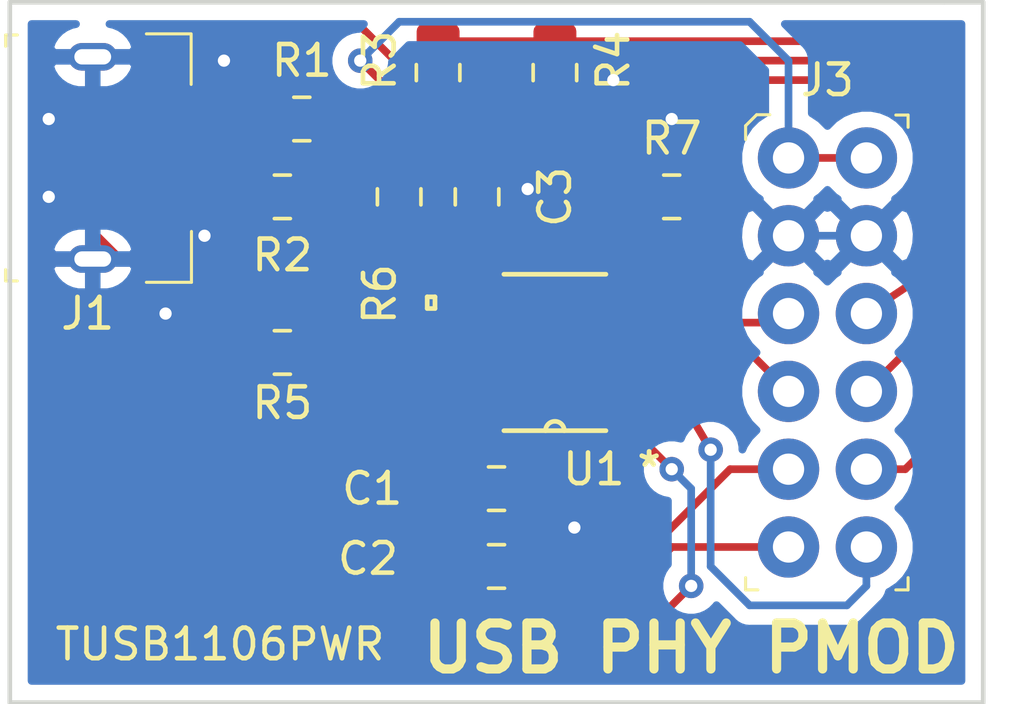
<source format=kicad_pcb>
(kicad_pcb (version 20171130) (host pcbnew 5.1.6-c6e7f7d~87~ubuntu16.04.1)

  (general
    (thickness 1.6)
    (drawings 6)
    (tracks 170)
    (zones 0)
    (modules 13)
    (nets 20)
  )

  (page A4)
  (layers
    (0 F.Cu signal)
    (31 B.Cu mixed)
    (32 B.Adhes user)
    (33 F.Adhes user)
    (34 B.Paste user)
    (35 F.Paste user)
    (36 B.SilkS user)
    (37 F.SilkS user)
    (38 B.Mask user)
    (39 F.Mask user)
    (44 Edge.Cuts user)
    (45 Margin user)
    (46 B.CrtYd user)
    (47 F.CrtYd user)
    (48 B.Fab user hide)
    (49 F.Fab user hide)
  )

  (setup
    (last_trace_width 0.25)
    (trace_clearance 0.2)
    (zone_clearance 0.508)
    (zone_45_only no)
    (trace_min 0.2)
    (via_size 0.8)
    (via_drill 0.4)
    (via_min_size 0.4)
    (via_min_drill 0.3)
    (uvia_size 0.3)
    (uvia_drill 0.1)
    (uvias_allowed no)
    (uvia_min_size 0.2)
    (uvia_min_drill 0.1)
    (edge_width 0.15)
    (segment_width 0.2)
    (pcb_text_width 0.3)
    (pcb_text_size 1.5 1.5)
    (mod_edge_width 0.15)
    (mod_text_size 1 1)
    (mod_text_width 0.15)
    (pad_size 1.524 1.524)
    (pad_drill 0.762)
    (pad_to_mask_clearance 0.051)
    (solder_mask_min_width 0.25)
    (aux_axis_origin 0 0)
    (visible_elements FFFFFF7F)
    (pcbplotparams
      (layerselection 0x010f0_ffffffff)
      (usegerberextensions false)
      (usegerberattributes false)
      (usegerberadvancedattributes false)
      (creategerberjobfile false)
      (excludeedgelayer true)
      (linewidth 0.100000)
      (plotframeref false)
      (viasonmask false)
      (mode 1)
      (useauxorigin false)
      (hpglpennumber 1)
      (hpglpenspeed 20)
      (hpglpendiameter 15.000000)
      (psnegative false)
      (psa4output false)
      (plotreference true)
      (plotvalue true)
      (plotinvisibletext false)
      (padsonsilk true)
      (subtractmaskfromsilk false)
      (outputformat 4)
      (mirror false)
      (drillshape 0)
      (scaleselection 1)
      (outputdirectory ""))
  )

  (net 0 "")
  (net 1 GND)
  (net 2 /DN1)
  (net 3 /DN1_R)
  (net 4 /DP1_R)
  (net 5 /DP1)
  (net 6 /SENSE1)
  (net 7 /PP5000_VBUS)
  (net 8 /PP3300_REG)
  (net 9 PP3300)
  (net 10 /PULLUPDP)
  (net 11 /DP_RX)
  (net 12 /DN_RX)
  (net 13 /D_RX)
  (net 14 /PP3300_PU)
  (net 15 /USB_OE_L)
  (net 16 /SUS)
  (net 17 /DM_TX)
  (net 18 /DP_TX)
  (net 19 /SPD)

  (net_class Default "This is the default net class."
    (clearance 0.2)
    (trace_width 0.25)
    (via_dia 0.8)
    (via_drill 0.4)
    (uvia_dia 0.3)
    (uvia_drill 0.1)
    (add_net /DM_TX)
    (add_net /DN1)
    (add_net /DN1_R)
    (add_net /DN_RX)
    (add_net /DP1)
    (add_net /DP1_R)
    (add_net /DP_RX)
    (add_net /DP_TX)
    (add_net /D_RX)
    (add_net /PP3300_PU)
    (add_net /PP3300_REG)
    (add_net /PP5000_VBUS)
    (add_net /PULLUPDP)
    (add_net /SENSE1)
    (add_net /SPD)
    (add_net /SUS)
    (add_net /USB_OE_L)
    (add_net GND)
    (add_net PP3300)
  )

  (module Capacitor_SMD:C_0805_2012Metric_Pad1.15x1.40mm_HandSolder (layer F.Cu) (tedit 5B36C52B) (tstamp 5F5605DB)
    (at 93.98 53.34 90)
    (descr "Capacitor SMD 0805 (2012 Metric), square (rectangular) end terminal, IPC_7351 nominal with elongated pad for handsoldering. (Body size source: https://docs.google.com/spreadsheets/d/1BsfQQcO9C6DZCsRaXUlFlo91Tg2WpOkGARC1WS5S8t0/edit?usp=sharing), generated with kicad-footprint-generator")
    (tags "capacitor handsolder")
    (path /5F5E7CAF)
    (attr smd)
    (fp_text reference C3 (at 0 2.54 90) (layer F.SilkS)
      (effects (font (size 1 1) (thickness 0.15)))
    )
    (fp_text value 100n (at 0 1.65 90) (layer F.Fab)
      (effects (font (size 1 1) (thickness 0.15)))
    )
    (fp_text user %R (at 0 0 90) (layer F.Fab)
      (effects (font (size 0.5 0.5) (thickness 0.08)))
    )
    (fp_line (start -1 0.6) (end -1 -0.6) (layer F.Fab) (width 0.1))
    (fp_line (start -1 -0.6) (end 1 -0.6) (layer F.Fab) (width 0.1))
    (fp_line (start 1 -0.6) (end 1 0.6) (layer F.Fab) (width 0.1))
    (fp_line (start 1 0.6) (end -1 0.6) (layer F.Fab) (width 0.1))
    (fp_line (start -0.261252 -0.71) (end 0.261252 -0.71) (layer F.SilkS) (width 0.12))
    (fp_line (start -0.261252 0.71) (end 0.261252 0.71) (layer F.SilkS) (width 0.12))
    (fp_line (start -1.85 0.95) (end -1.85 -0.95) (layer F.CrtYd) (width 0.05))
    (fp_line (start -1.85 -0.95) (end 1.85 -0.95) (layer F.CrtYd) (width 0.05))
    (fp_line (start 1.85 -0.95) (end 1.85 0.95) (layer F.CrtYd) (width 0.05))
    (fp_line (start 1.85 0.95) (end -1.85 0.95) (layer F.CrtYd) (width 0.05))
    (pad 2 smd roundrect (at 1.025 0 90) (size 1.15 1.4) (layers F.Cu F.Paste F.Mask) (roundrect_rratio 0.217391)
      (net 1 GND))
    (pad 1 smd roundrect (at -1.025 0 90) (size 1.15 1.4) (layers F.Cu F.Paste F.Mask) (roundrect_rratio 0.217391)
      (net 9 PP3300))
    (model ${KISYS3DMOD}/Capacitor_SMD.3dshapes/C_0805_2012Metric.wrl
      (at (xyz 0 0 0))
      (scale (xyz 1 1 1))
      (rotate (xyz 0 0 0))
    )
  )

  (module Capacitor_SMD:C_0805_2012Metric_Pad1.15x1.40mm_HandSolder (layer F.Cu) (tedit 5B36C52B) (tstamp 5F5605CA)
    (at 94.615 65.405)
    (descr "Capacitor SMD 0805 (2012 Metric), square (rectangular) end terminal, IPC_7351 nominal with elongated pad for handsoldering. (Body size source: https://docs.google.com/spreadsheets/d/1BsfQQcO9C6DZCsRaXUlFlo91Tg2WpOkGARC1WS5S8t0/edit?usp=sharing), generated with kicad-footprint-generator")
    (tags "capacitor handsolder")
    (path /5F5A28C5)
    (attr smd)
    (fp_text reference C2 (at -4.191 -0.254) (layer F.SilkS)
      (effects (font (size 1 1) (thickness 0.15)))
    )
    (fp_text value 100n (at 0 1.65) (layer F.Fab)
      (effects (font (size 1 1) (thickness 0.15)))
    )
    (fp_text user %R (at 0 0) (layer F.Fab)
      (effects (font (size 0.5 0.5) (thickness 0.08)))
    )
    (fp_line (start -1 0.6) (end -1 -0.6) (layer F.Fab) (width 0.1))
    (fp_line (start -1 -0.6) (end 1 -0.6) (layer F.Fab) (width 0.1))
    (fp_line (start 1 -0.6) (end 1 0.6) (layer F.Fab) (width 0.1))
    (fp_line (start 1 0.6) (end -1 0.6) (layer F.Fab) (width 0.1))
    (fp_line (start -0.261252 -0.71) (end 0.261252 -0.71) (layer F.SilkS) (width 0.12))
    (fp_line (start -0.261252 0.71) (end 0.261252 0.71) (layer F.SilkS) (width 0.12))
    (fp_line (start -1.85 0.95) (end -1.85 -0.95) (layer F.CrtYd) (width 0.05))
    (fp_line (start -1.85 -0.95) (end 1.85 -0.95) (layer F.CrtYd) (width 0.05))
    (fp_line (start 1.85 -0.95) (end 1.85 0.95) (layer F.CrtYd) (width 0.05))
    (fp_line (start 1.85 0.95) (end -1.85 0.95) (layer F.CrtYd) (width 0.05))
    (pad 2 smd roundrect (at 1.025 0) (size 1.15 1.4) (layers F.Cu F.Paste F.Mask) (roundrect_rratio 0.217391)
      (net 1 GND))
    (pad 1 smd roundrect (at -1.025 0) (size 1.15 1.4) (layers F.Cu F.Paste F.Mask) (roundrect_rratio 0.217391)
      (net 8 /PP3300_REG))
    (model ${KISYS3DMOD}/Capacitor_SMD.3dshapes/C_0805_2012Metric.wrl
      (at (xyz 0 0 0))
      (scale (xyz 1 1 1))
      (rotate (xyz 0 0 0))
    )
  )

  (module Capacitor_SMD:C_0805_2012Metric_Pad1.15x1.40mm_HandSolder (layer F.Cu) (tedit 5B36C52B) (tstamp 5F5605B9)
    (at 94.615 62.865 180)
    (descr "Capacitor SMD 0805 (2012 Metric), square (rectangular) end terminal, IPC_7351 nominal with elongated pad for handsoldering. (Body size source: https://docs.google.com/spreadsheets/d/1BsfQQcO9C6DZCsRaXUlFlo91Tg2WpOkGARC1WS5S8t0/edit?usp=sharing), generated with kicad-footprint-generator")
    (tags "capacitor handsolder")
    (path /5F5E3EA0)
    (attr smd)
    (fp_text reference C1 (at 4.055 0) (layer F.SilkS)
      (effects (font (size 1 1) (thickness 0.15)))
    )
    (fp_text value 100n (at 0 1.65) (layer F.Fab)
      (effects (font (size 1 1) (thickness 0.15)))
    )
    (fp_text user %R (at 0 0) (layer F.Fab)
      (effects (font (size 0.5 0.5) (thickness 0.08)))
    )
    (fp_line (start -1 0.6) (end -1 -0.6) (layer F.Fab) (width 0.1))
    (fp_line (start -1 -0.6) (end 1 -0.6) (layer F.Fab) (width 0.1))
    (fp_line (start 1 -0.6) (end 1 0.6) (layer F.Fab) (width 0.1))
    (fp_line (start 1 0.6) (end -1 0.6) (layer F.Fab) (width 0.1))
    (fp_line (start -0.261252 -0.71) (end 0.261252 -0.71) (layer F.SilkS) (width 0.12))
    (fp_line (start -0.261252 0.71) (end 0.261252 0.71) (layer F.SilkS) (width 0.12))
    (fp_line (start -1.85 0.95) (end -1.85 -0.95) (layer F.CrtYd) (width 0.05))
    (fp_line (start -1.85 -0.95) (end 1.85 -0.95) (layer F.CrtYd) (width 0.05))
    (fp_line (start 1.85 -0.95) (end 1.85 0.95) (layer F.CrtYd) (width 0.05))
    (fp_line (start 1.85 0.95) (end -1.85 0.95) (layer F.CrtYd) (width 0.05))
    (pad 2 smd roundrect (at 1.025 0 180) (size 1.15 1.4) (layers F.Cu F.Paste F.Mask) (roundrect_rratio 0.217391)
      (net 1 GND))
    (pad 1 smd roundrect (at -1.025 0 180) (size 1.15 1.4) (layers F.Cu F.Paste F.Mask) (roundrect_rratio 0.217391)
      (net 7 /PP5000_VBUS))
    (model ${KISYS3DMOD}/Capacitor_SMD.3dshapes/C_0805_2012Metric.wrl
      (at (xyz 0 0 0))
      (scale (xyz 1 1 1))
      (rotate (xyz 0 0 0))
    )
  )

  (module footprints:TUSB1106PWR (layer F.Cu) (tedit 0) (tstamp 5F56C6B9)
    (at 96.52 58.42 180)
    (path /5F6108E9)
    (fp_text reference U1 (at -1.27 -3.81) (layer F.SilkS)
      (effects (font (size 1 1) (thickness 0.15)))
    )
    (fp_text value TUSB1106PWR (at 10.922 -9.525) (layer F.SilkS)
      (effects (font (size 1 1) (thickness 0.15)))
    )
    (fp_arc (start 0 -2.5527) (end 0.3048 -2.5527) (angle 180) (layer F.Fab) (width 0.1524))
    (fp_arc (start 0 -2.5527) (end 0.3048 -2.5527) (angle 180) (layer F.SilkS) (width 0.1524))
    (fp_text user * (at -3.0734 -3.773601) (layer F.SilkS)
      (effects (font (size 1 1) (thickness 0.15)))
    )
    (fp_text user * (at -3.0734 -3.773601) (layer F.Fab)
      (effects (font (size 1 1) (thickness 0.15)))
    )
    (fp_text user .066in/1.676mm (at -2.8194 4.9657) (layer Dwgs.User)
      (effects (font (size 1 1) (thickness 0.15)))
    )
    (fp_text user .222in/5.639mm (at 0 -4.9657) (layer Dwgs.User)
      (effects (font (size 1 1) (thickness 0.15)))
    )
    (fp_text user .014in/.356mm (at 5.8674 -2.275) (layer Dwgs.User)
      (effects (font (size 1 1) (thickness 0.15)))
    )
    (fp_text user 2.559055E-02in/.65mm (at -5.8674 -1.950001) (layer Dwgs.User)
      (effects (font (size 1 1) (thickness 0.15)))
    )
    (fp_text user * (at -3.0734 -3.773601) (layer F.Fab)
      (effects (font (size 1 1) (thickness 0.15)))
    )
    (fp_text user * (at -3.0734 -3.773601) (layer F.SilkS)
      (effects (font (size 1 1) (thickness 0.15)))
    )
    (fp_text user "Copyright 2016 Accelerated Designs. All rights reserved." (at 0 0) (layer Cmts.User)
      (effects (font (size 0.127 0.127) (thickness 0.002)))
    )
    (fp_line (start -2.2479 -2.1226) (end -2.2479 -2.4274) (layer F.Fab) (width 0.1524))
    (fp_line (start -2.2479 -2.4274) (end -3.302 -2.4274) (layer F.Fab) (width 0.1524))
    (fp_line (start -3.302 -2.4274) (end -3.302 -2.1226) (layer F.Fab) (width 0.1524))
    (fp_line (start -3.302 -2.1226) (end -2.2479 -2.1226) (layer F.Fab) (width 0.1524))
    (fp_line (start -2.2479 -1.472601) (end -2.2479 -1.777401) (layer F.Fab) (width 0.1524))
    (fp_line (start -2.2479 -1.777401) (end -3.302 -1.777401) (layer F.Fab) (width 0.1524))
    (fp_line (start -3.302 -1.777401) (end -3.302 -1.472601) (layer F.Fab) (width 0.1524))
    (fp_line (start -3.302 -1.472601) (end -2.2479 -1.472601) (layer F.Fab) (width 0.1524))
    (fp_line (start -2.2479 -0.822601) (end -2.2479 -1.127401) (layer F.Fab) (width 0.1524))
    (fp_line (start -2.2479 -1.127401) (end -3.302 -1.127401) (layer F.Fab) (width 0.1524))
    (fp_line (start -3.302 -1.127401) (end -3.302 -0.822601) (layer F.Fab) (width 0.1524))
    (fp_line (start -3.302 -0.822601) (end -2.2479 -0.822601) (layer F.Fab) (width 0.1524))
    (fp_line (start -2.2479 -0.172601) (end -2.2479 -0.477401) (layer F.Fab) (width 0.1524))
    (fp_line (start -2.2479 -0.477401) (end -3.302 -0.477401) (layer F.Fab) (width 0.1524))
    (fp_line (start -3.302 -0.477401) (end -3.302 -0.172601) (layer F.Fab) (width 0.1524))
    (fp_line (start -3.302 -0.172601) (end -2.2479 -0.172601) (layer F.Fab) (width 0.1524))
    (fp_line (start -2.2479 0.477399) (end -2.2479 0.172599) (layer F.Fab) (width 0.1524))
    (fp_line (start -2.2479 0.172599) (end -3.302 0.172599) (layer F.Fab) (width 0.1524))
    (fp_line (start -3.302 0.172599) (end -3.302 0.477399) (layer F.Fab) (width 0.1524))
    (fp_line (start -3.302 0.477399) (end -2.2479 0.477399) (layer F.Fab) (width 0.1524))
    (fp_line (start -2.2479 1.127399) (end -2.2479 0.822599) (layer F.Fab) (width 0.1524))
    (fp_line (start -2.2479 0.822599) (end -3.302 0.822599) (layer F.Fab) (width 0.1524))
    (fp_line (start -3.302 0.822599) (end -3.302 1.127399) (layer F.Fab) (width 0.1524))
    (fp_line (start -3.302 1.127399) (end -2.2479 1.127399) (layer F.Fab) (width 0.1524))
    (fp_line (start -2.2479 1.777399) (end -2.2479 1.472599) (layer F.Fab) (width 0.1524))
    (fp_line (start -2.2479 1.472599) (end -3.302 1.472599) (layer F.Fab) (width 0.1524))
    (fp_line (start -3.302 1.472599) (end -3.302 1.777399) (layer F.Fab) (width 0.1524))
    (fp_line (start -3.302 1.777399) (end -2.2479 1.777399) (layer F.Fab) (width 0.1524))
    (fp_line (start -2.2479 2.427399) (end -2.2479 2.122599) (layer F.Fab) (width 0.1524))
    (fp_line (start -2.2479 2.122599) (end -3.302 2.122599) (layer F.Fab) (width 0.1524))
    (fp_line (start -3.302 2.122599) (end -3.302 2.427399) (layer F.Fab) (width 0.1524))
    (fp_line (start -3.302 2.427399) (end -2.2479 2.427399) (layer F.Fab) (width 0.1524))
    (fp_line (start 2.2479 2.1226) (end 2.2479 2.4274) (layer F.Fab) (width 0.1524))
    (fp_line (start 2.2479 2.4274) (end 3.302 2.4274) (layer F.Fab) (width 0.1524))
    (fp_line (start 3.302 2.4274) (end 3.302 2.1226) (layer F.Fab) (width 0.1524))
    (fp_line (start 3.302 2.1226) (end 2.2479 2.1226) (layer F.Fab) (width 0.1524))
    (fp_line (start 2.2479 1.472601) (end 2.2479 1.777401) (layer F.Fab) (width 0.1524))
    (fp_line (start 2.2479 1.777401) (end 3.302 1.777401) (layer F.Fab) (width 0.1524))
    (fp_line (start 3.302 1.777401) (end 3.302 1.472601) (layer F.Fab) (width 0.1524))
    (fp_line (start 3.302 1.472601) (end 2.2479 1.472601) (layer F.Fab) (width 0.1524))
    (fp_line (start 2.2479 0.822601) (end 2.2479 1.127401) (layer F.Fab) (width 0.1524))
    (fp_line (start 2.2479 1.127401) (end 3.302 1.127401) (layer F.Fab) (width 0.1524))
    (fp_line (start 3.302 1.127401) (end 3.302 0.822601) (layer F.Fab) (width 0.1524))
    (fp_line (start 3.302 0.822601) (end 2.2479 0.822601) (layer F.Fab) (width 0.1524))
    (fp_line (start 2.2479 0.172601) (end 2.2479 0.477401) (layer F.Fab) (width 0.1524))
    (fp_line (start 2.2479 0.477401) (end 3.302 0.477401) (layer F.Fab) (width 0.1524))
    (fp_line (start 3.302 0.477401) (end 3.302 0.172601) (layer F.Fab) (width 0.1524))
    (fp_line (start 3.302 0.172601) (end 2.2479 0.172601) (layer F.Fab) (width 0.1524))
    (fp_line (start 2.2479 -0.477399) (end 2.2479 -0.172599) (layer F.Fab) (width 0.1524))
    (fp_line (start 2.2479 -0.172599) (end 3.302 -0.172599) (layer F.Fab) (width 0.1524))
    (fp_line (start 3.302 -0.172599) (end 3.302 -0.477399) (layer F.Fab) (width 0.1524))
    (fp_line (start 3.302 -0.477399) (end 2.2479 -0.477399) (layer F.Fab) (width 0.1524))
    (fp_line (start 2.2479 -1.127399) (end 2.2479 -0.822599) (layer F.Fab) (width 0.1524))
    (fp_line (start 2.2479 -0.822599) (end 3.302 -0.822599) (layer F.Fab) (width 0.1524))
    (fp_line (start 3.302 -0.822599) (end 3.302 -1.127399) (layer F.Fab) (width 0.1524))
    (fp_line (start 3.302 -1.127399) (end 2.2479 -1.127399) (layer F.Fab) (width 0.1524))
    (fp_line (start 2.2479 -1.777399) (end 2.2479 -1.472599) (layer F.Fab) (width 0.1524))
    (fp_line (start 2.2479 -1.472599) (end 3.302 -1.472599) (layer F.Fab) (width 0.1524))
    (fp_line (start 3.302 -1.472599) (end 3.302 -1.777399) (layer F.Fab) (width 0.1524))
    (fp_line (start 3.302 -1.777399) (end 2.2479 -1.777399) (layer F.Fab) (width 0.1524))
    (fp_line (start 2.2479 -2.427399) (end 2.2479 -2.122599) (layer F.Fab) (width 0.1524))
    (fp_line (start 2.2479 -2.122599) (end 3.302 -2.122599) (layer F.Fab) (width 0.1524))
    (fp_line (start 3.302 -2.122599) (end 3.302 -2.427399) (layer F.Fab) (width 0.1524))
    (fp_line (start 3.302 -2.427399) (end 2.2479 -2.427399) (layer F.Fab) (width 0.1524))
    (fp_line (start -1.663811 2.5527) (end 1.663811 2.5527) (layer F.SilkS) (width 0.1524))
    (fp_line (start 1.663811 -2.5527) (end -1.663811 -2.5527) (layer F.SilkS) (width 0.1524))
    (fp_line (start -2.2479 2.5527) (end 2.2479 2.5527) (layer F.Fab) (width 0.1524))
    (fp_line (start 2.2479 2.5527) (end 2.2479 -2.5527) (layer F.Fab) (width 0.1524))
    (fp_line (start 2.2479 -2.5527) (end -2.2479 -2.5527) (layer F.Fab) (width 0.1524))
    (fp_line (start -2.2479 -2.5527) (end -2.2479 2.5527) (layer F.Fab) (width 0.1524))
    (fp_line (start 4.1656 1.434501) (end 4.1656 1.815501) (layer F.SilkS) (width 0.1524))
    (fp_line (start 4.1656 1.815501) (end 3.9116 1.815501) (layer F.SilkS) (width 0.1524))
    (fp_line (start 3.9116 1.815501) (end 3.9116 1.434501) (layer F.SilkS) (width 0.1524))
    (fp_line (start 3.9116 1.434501) (end 4.1656 1.434501) (layer F.SilkS) (width 0.1524))
    (fp_line (start -3.9116 2.8067) (end -3.9116 -2.8067) (layer F.CrtYd) (width 0.1524))
    (fp_line (start -3.9116 -2.8067) (end 3.9116 -2.8067) (layer F.CrtYd) (width 0.1524))
    (fp_line (start 3.9116 -2.8067) (end 3.9116 2.8067) (layer F.CrtYd) (width 0.1524))
    (fp_line (start 3.9116 2.8067) (end -3.9116 2.8067) (layer F.CrtYd) (width 0.1524))
    (pad 16 smd rect (at 2.8194 -2.274999 180) (size 1.6764 0.3556) (layers F.Cu F.Paste F.Mask)
      (net 7 /PP5000_VBUS))
    (pad 15 smd rect (at 2.8194 -1.624998 180) (size 1.6764 0.3556) (layers F.Cu F.Paste F.Mask)
      (net 8 /PP3300_REG))
    (pad 14 smd rect (at 2.8194 -0.974999 180) (size 1.6764 0.3556) (layers F.Cu F.Paste F.Mask)
      (net 17 /DM_TX))
    (pad 13 smd rect (at 2.8194 -0.324998 180) (size 1.6764 0.3556) (layers F.Cu F.Paste F.Mask)
      (net 18 /DP_TX))
    (pad 12 smd rect (at 2.8194 0.325001 180) (size 1.6764 0.3556) (layers F.Cu F.Paste F.Mask)
      (net 4 /DP1_R))
    (pad 11 smd rect (at 2.8194 0.974999 180) (size 1.6764 0.3556) (layers F.Cu F.Paste F.Mask)
      (net 3 /DN1_R))
    (pad 10 smd rect (at 2.8194 1.625001 180) (size 1.6764 0.3556) (layers F.Cu F.Paste F.Mask)
      (net 19 /SPD))
    (pad 9 smd rect (at 2.8194 2.274999 180) (size 1.6764 0.3556) (layers F.Cu F.Paste F.Mask)
      (net 9 PP3300))
    (pad 8 smd rect (at -2.8194 2.274999 180) (size 1.6764 0.3556) (layers F.Cu F.Paste F.Mask)
      (net 1 GND))
    (pad 7 smd rect (at -2.8194 1.624998 180) (size 1.6764 0.3556) (layers F.Cu F.Paste F.Mask)
      (net 16 /SUS))
    (pad 6 smd rect (at -2.8194 0.974999 180) (size 1.6764 0.3556) (layers F.Cu F.Paste F.Mask)
      (net 12 /DN_RX))
    (pad 5 smd rect (at -2.8194 0.324998 180) (size 1.6764 0.3556) (layers F.Cu F.Paste F.Mask)
      (net 11 /DP_RX))
    (pad 4 smd rect (at -2.8194 -0.325001 180) (size 1.6764 0.3556) (layers F.Cu F.Paste F.Mask)
      (net 13 /D_RX))
    (pad 3 smd rect (at -2.8194 -0.974999 180) (size 1.6764 0.3556) (layers F.Cu F.Paste F.Mask)
      (net 15 /USB_OE_L))
    (pad 2 smd rect (at -2.8194 -1.625001 180) (size 1.6764 0.3556) (layers F.Cu F.Paste F.Mask)
      (net 10 /PULLUPDP))
    (pad 1 smd rect (at -2.8194 -2.274999 180) (size 1.6764 0.3556) (layers F.Cu F.Paste F.Mask)
      (net 14 /PP3300_PU))
  )

  (module Resistor_SMD:R_0805_2012Metric_Pad1.15x1.40mm_HandSolder (layer F.Cu) (tedit 5B36C52B) (tstamp 5C92AED6)
    (at 88.265 50.8 180)
    (descr "Resistor SMD 0805 (2012 Metric), square (rectangular) end terminal, IPC_7351 nominal with elongated pad for handsoldering. (Body size source: https://docs.google.com/spreadsheets/d/1BsfQQcO9C6DZCsRaXUlFlo91Tg2WpOkGARC1WS5S8t0/edit?usp=sharing), generated with kicad-footprint-generator")
    (tags "resistor handsolder")
    (path /5C7E6727)
    (attr smd)
    (fp_text reference R1 (at 0 1.905 180) (layer F.SilkS)
      (effects (font (size 1 1) (thickness 0.15)))
    )
    (fp_text value 22R (at 0 1.65 180) (layer F.Fab)
      (effects (font (size 1 1) (thickness 0.15)))
    )
    (fp_line (start -1 0.6) (end -1 -0.6) (layer F.Fab) (width 0.1))
    (fp_line (start -1 -0.6) (end 1 -0.6) (layer F.Fab) (width 0.1))
    (fp_line (start 1 -0.6) (end 1 0.6) (layer F.Fab) (width 0.1))
    (fp_line (start 1 0.6) (end -1 0.6) (layer F.Fab) (width 0.1))
    (fp_line (start -0.261252 -0.71) (end 0.261252 -0.71) (layer F.SilkS) (width 0.12))
    (fp_line (start -0.261252 0.71) (end 0.261252 0.71) (layer F.SilkS) (width 0.12))
    (fp_line (start -1.85 0.95) (end -1.85 -0.95) (layer F.CrtYd) (width 0.05))
    (fp_line (start -1.85 -0.95) (end 1.85 -0.95) (layer F.CrtYd) (width 0.05))
    (fp_line (start 1.85 -0.95) (end 1.85 0.95) (layer F.CrtYd) (width 0.05))
    (fp_line (start 1.85 0.95) (end -1.85 0.95) (layer F.CrtYd) (width 0.05))
    (fp_text user %R (at 0 0 180) (layer F.Fab)
      (effects (font (size 0.5 0.5) (thickness 0.08)))
    )
    (pad 1 smd roundrect (at -1.025 0 180) (size 1.15 1.4) (layers F.Cu F.Paste F.Mask) (roundrect_rratio 0.217391)
      (net 3 /DN1_R))
    (pad 2 smd roundrect (at 1.025 0 180) (size 1.15 1.4) (layers F.Cu F.Paste F.Mask) (roundrect_rratio 0.217391)
      (net 2 /DN1))
    (model ${KISYS3DMOD}/Resistor_SMD.3dshapes/R_0805_2012Metric.wrl
      (at (xyz 0 0 0))
      (scale (xyz 1 1 1))
      (rotate (xyz 0 0 0))
    )
  )

  (module Resistor_SMD:R_0805_2012Metric_Pad1.15x1.40mm_HandSolder (layer F.Cu) (tedit 5B36C52B) (tstamp 5C92AEE7)
    (at 87.63 53.34 180)
    (descr "Resistor SMD 0805 (2012 Metric), square (rectangular) end terminal, IPC_7351 nominal with elongated pad for handsoldering. (Body size source: https://docs.google.com/spreadsheets/d/1BsfQQcO9C6DZCsRaXUlFlo91Tg2WpOkGARC1WS5S8t0/edit?usp=sharing), generated with kicad-footprint-generator")
    (tags "resistor handsolder")
    (path /5C7E65B5)
    (attr smd)
    (fp_text reference R2 (at 0 -1.905) (layer F.SilkS)
      (effects (font (size 1 1) (thickness 0.15)))
    )
    (fp_text value 22R (at 0 1.65) (layer F.Fab)
      (effects (font (size 1 1) (thickness 0.15)))
    )
    (fp_line (start 1.85 0.95) (end -1.85 0.95) (layer F.CrtYd) (width 0.05))
    (fp_line (start 1.85 -0.95) (end 1.85 0.95) (layer F.CrtYd) (width 0.05))
    (fp_line (start -1.85 -0.95) (end 1.85 -0.95) (layer F.CrtYd) (width 0.05))
    (fp_line (start -1.85 0.95) (end -1.85 -0.95) (layer F.CrtYd) (width 0.05))
    (fp_line (start -0.261252 0.71) (end 0.261252 0.71) (layer F.SilkS) (width 0.12))
    (fp_line (start -0.261252 -0.71) (end 0.261252 -0.71) (layer F.SilkS) (width 0.12))
    (fp_line (start 1 0.6) (end -1 0.6) (layer F.Fab) (width 0.1))
    (fp_line (start 1 -0.6) (end 1 0.6) (layer F.Fab) (width 0.1))
    (fp_line (start -1 -0.6) (end 1 -0.6) (layer F.Fab) (width 0.1))
    (fp_line (start -1 0.6) (end -1 -0.6) (layer F.Fab) (width 0.1))
    (fp_text user %R (at 0 0) (layer F.Fab)
      (effects (font (size 0.5 0.5) (thickness 0.08)))
    )
    (pad 2 smd roundrect (at 1.025 0 180) (size 1.15 1.4) (layers F.Cu F.Paste F.Mask) (roundrect_rratio 0.217391)
      (net 5 /DP1))
    (pad 1 smd roundrect (at -1.025 0 180) (size 1.15 1.4) (layers F.Cu F.Paste F.Mask) (roundrect_rratio 0.217391)
      (net 4 /DP1_R))
    (model ${KISYS3DMOD}/Resistor_SMD.3dshapes/R_0805_2012Metric.wrl
      (at (xyz 0 0 0))
      (scale (xyz 1 1 1))
      (rotate (xyz 0 0 0))
    )
  )

  (module Resistor_SMD:R_0805_2012Metric_Pad1.15x1.40mm_HandSolder (layer F.Cu) (tedit 5B36C52B) (tstamp 5C92AEF8)
    (at 92.71 49.285 90)
    (descr "Resistor SMD 0805 (2012 Metric), square (rectangular) end terminal, IPC_7351 nominal with elongated pad for handsoldering. (Body size source: https://docs.google.com/spreadsheets/d/1BsfQQcO9C6DZCsRaXUlFlo91Tg2WpOkGARC1WS5S8t0/edit?usp=sharing), generated with kicad-footprint-generator")
    (tags "resistor handsolder")
    (path /5C7F09F9)
    (attr smd)
    (fp_text reference R3 (at 0.39 -1.905 270) (layer F.SilkS)
      (effects (font (size 1 1) (thickness 0.15)))
    )
    (fp_text value 5k1 (at 0 1.65 270) (layer F.Fab)
      (effects (font (size 1 1) (thickness 0.15)))
    )
    (fp_line (start 1.85 0.95) (end -1.85 0.95) (layer F.CrtYd) (width 0.05))
    (fp_line (start 1.85 -0.95) (end 1.85 0.95) (layer F.CrtYd) (width 0.05))
    (fp_line (start -1.85 -0.95) (end 1.85 -0.95) (layer F.CrtYd) (width 0.05))
    (fp_line (start -1.85 0.95) (end -1.85 -0.95) (layer F.CrtYd) (width 0.05))
    (fp_line (start -0.261252 0.71) (end 0.261252 0.71) (layer F.SilkS) (width 0.12))
    (fp_line (start -0.261252 -0.71) (end 0.261252 -0.71) (layer F.SilkS) (width 0.12))
    (fp_line (start 1 0.6) (end -1 0.6) (layer F.Fab) (width 0.1))
    (fp_line (start 1 -0.6) (end 1 0.6) (layer F.Fab) (width 0.1))
    (fp_line (start -1 -0.6) (end 1 -0.6) (layer F.Fab) (width 0.1))
    (fp_line (start -1 0.6) (end -1 -0.6) (layer F.Fab) (width 0.1))
    (fp_text user %R (at 0 0 270) (layer F.Fab)
      (effects (font (size 0.5 0.5) (thickness 0.08)))
    )
    (pad 2 smd roundrect (at 1.025 0 90) (size 1.15 1.4) (layers F.Cu F.Paste F.Mask) (roundrect_rratio 0.217391)
      (net 6 /SENSE1))
    (pad 1 smd roundrect (at -1.025 0 90) (size 1.15 1.4) (layers F.Cu F.Paste F.Mask) (roundrect_rratio 0.217391)
      (net 7 /PP5000_VBUS))
    (model ${KISYS3DMOD}/Resistor_SMD.3dshapes/R_0805_2012Metric.wrl
      (at (xyz 0 0 0))
      (scale (xyz 1 1 1))
      (rotate (xyz 0 0 0))
    )
  )

  (module Resistor_SMD:R_0805_2012Metric_Pad1.15x1.40mm_HandSolder (layer F.Cu) (tedit 5B36C52B) (tstamp 5C92AF09)
    (at 96.52 49.285 270)
    (descr "Resistor SMD 0805 (2012 Metric), square (rectangular) end terminal, IPC_7351 nominal with elongated pad for handsoldering. (Body size source: https://docs.google.com/spreadsheets/d/1BsfQQcO9C6DZCsRaXUlFlo91Tg2WpOkGARC1WS5S8t0/edit?usp=sharing), generated with kicad-footprint-generator")
    (tags "resistor handsolder")
    (path /5C7F0A6A)
    (attr smd)
    (fp_text reference R4 (at -0.39 -1.905 270) (layer F.SilkS)
      (effects (font (size 1 1) (thickness 0.15)))
    )
    (fp_text value 5k1 (at 0 1.65 270) (layer F.Fab)
      (effects (font (size 1 1) (thickness 0.15)))
    )
    (fp_line (start -1 0.6) (end -1 -0.6) (layer F.Fab) (width 0.1))
    (fp_line (start -1 -0.6) (end 1 -0.6) (layer F.Fab) (width 0.1))
    (fp_line (start 1 -0.6) (end 1 0.6) (layer F.Fab) (width 0.1))
    (fp_line (start 1 0.6) (end -1 0.6) (layer F.Fab) (width 0.1))
    (fp_line (start -0.261252 -0.71) (end 0.261252 -0.71) (layer F.SilkS) (width 0.12))
    (fp_line (start -0.261252 0.71) (end 0.261252 0.71) (layer F.SilkS) (width 0.12))
    (fp_line (start -1.85 0.95) (end -1.85 -0.95) (layer F.CrtYd) (width 0.05))
    (fp_line (start -1.85 -0.95) (end 1.85 -0.95) (layer F.CrtYd) (width 0.05))
    (fp_line (start 1.85 -0.95) (end 1.85 0.95) (layer F.CrtYd) (width 0.05))
    (fp_line (start 1.85 0.95) (end -1.85 0.95) (layer F.CrtYd) (width 0.05))
    (fp_text user %R (at 0 0 270) (layer F.Fab)
      (effects (font (size 0.5 0.5) (thickness 0.08)))
    )
    (pad 1 smd roundrect (at -1.025 0 270) (size 1.15 1.4) (layers F.Cu F.Paste F.Mask) (roundrect_rratio 0.217391)
      (net 6 /SENSE1))
    (pad 2 smd roundrect (at 1.025 0 270) (size 1.15 1.4) (layers F.Cu F.Paste F.Mask) (roundrect_rratio 0.217391)
      (net 1 GND))
    (model ${KISYS3DMOD}/Resistor_SMD.3dshapes/R_0805_2012Metric.wrl
      (at (xyz 0 0 0))
      (scale (xyz 1 1 1))
      (rotate (xyz 0 0 0))
    )
  )

  (module Resistor_SMD:R_0805_2012Metric_Pad1.15x1.40mm_HandSolder (layer F.Cu) (tedit 5B36C52B) (tstamp 5C92AF1A)
    (at 87.63 58.42 180)
    (descr "Resistor SMD 0805 (2012 Metric), square (rectangular) end terminal, IPC_7351 nominal with elongated pad for handsoldering. (Body size source: https://docs.google.com/spreadsheets/d/1BsfQQcO9C6DZCsRaXUlFlo91Tg2WpOkGARC1WS5S8t0/edit?usp=sharing), generated with kicad-footprint-generator")
    (tags "resistor handsolder")
    (path /5C7E74B9)
    (attr smd)
    (fp_text reference R5 (at 0 -1.65 180) (layer F.SilkS)
      (effects (font (size 1 1) (thickness 0.15)))
    )
    (fp_text value 1k5 (at 0 1.65 180) (layer F.Fab)
      (effects (font (size 1 1) (thickness 0.15)))
    )
    (fp_line (start 1.85 0.95) (end -1.85 0.95) (layer F.CrtYd) (width 0.05))
    (fp_line (start 1.85 -0.95) (end 1.85 0.95) (layer F.CrtYd) (width 0.05))
    (fp_line (start -1.85 -0.95) (end 1.85 -0.95) (layer F.CrtYd) (width 0.05))
    (fp_line (start -1.85 0.95) (end -1.85 -0.95) (layer F.CrtYd) (width 0.05))
    (fp_line (start -0.261252 0.71) (end 0.261252 0.71) (layer F.SilkS) (width 0.12))
    (fp_line (start -0.261252 -0.71) (end 0.261252 -0.71) (layer F.SilkS) (width 0.12))
    (fp_line (start 1 0.6) (end -1 0.6) (layer F.Fab) (width 0.1))
    (fp_line (start 1 -0.6) (end 1 0.6) (layer F.Fab) (width 0.1))
    (fp_line (start -1 -0.6) (end 1 -0.6) (layer F.Fab) (width 0.1))
    (fp_line (start -1 0.6) (end -1 -0.6) (layer F.Fab) (width 0.1))
    (fp_text user %R (at 0 0 180) (layer F.Fab)
      (effects (font (size 0.5 0.5) (thickness 0.08)))
    )
    (pad 2 smd roundrect (at 1.025 0 180) (size 1.15 1.4) (layers F.Cu F.Paste F.Mask) (roundrect_rratio 0.217391)
      (net 5 /DP1))
    (pad 1 smd roundrect (at -1.025 0 180) (size 1.15 1.4) (layers F.Cu F.Paste F.Mask) (roundrect_rratio 0.217391)
      (net 14 /PP3300_PU))
    (model ${KISYS3DMOD}/Resistor_SMD.3dshapes/R_0805_2012Metric.wrl
      (at (xyz 0 0 0))
      (scale (xyz 1 1 1))
      (rotate (xyz 0 0 0))
    )
  )

  (module Resistor_SMD:R_0805_2012Metric_Pad1.15x1.40mm_HandSolder (layer F.Cu) (tedit 5B36C52B) (tstamp 5C92AF2B)
    (at 91.44 53.34 90)
    (descr "Resistor SMD 0805 (2012 Metric), square (rectangular) end terminal, IPC_7351 nominal with elongated pad for handsoldering. (Body size source: https://docs.google.com/spreadsheets/d/1BsfQQcO9C6DZCsRaXUlFlo91Tg2WpOkGARC1WS5S8t0/edit?usp=sharing), generated with kicad-footprint-generator")
    (tags "resistor handsolder")
    (path /5F5C2525)
    (attr smd)
    (fp_text reference R6 (at -3.175 -0.635 270) (layer F.SilkS)
      (effects (font (size 1 1) (thickness 0.15)))
    )
    (fp_text value 5k1 (at 0 1.65 270) (layer F.Fab)
      (effects (font (size 1 1) (thickness 0.15)))
    )
    (fp_line (start -1 0.6) (end -1 -0.6) (layer F.Fab) (width 0.1))
    (fp_line (start -1 -0.6) (end 1 -0.6) (layer F.Fab) (width 0.1))
    (fp_line (start 1 -0.6) (end 1 0.6) (layer F.Fab) (width 0.1))
    (fp_line (start 1 0.6) (end -1 0.6) (layer F.Fab) (width 0.1))
    (fp_line (start -0.261252 -0.71) (end 0.261252 -0.71) (layer F.SilkS) (width 0.12))
    (fp_line (start -0.261252 0.71) (end 0.261252 0.71) (layer F.SilkS) (width 0.12))
    (fp_line (start -1.85 0.95) (end -1.85 -0.95) (layer F.CrtYd) (width 0.05))
    (fp_line (start -1.85 -0.95) (end 1.85 -0.95) (layer F.CrtYd) (width 0.05))
    (fp_line (start 1.85 -0.95) (end 1.85 0.95) (layer F.CrtYd) (width 0.05))
    (fp_line (start 1.85 0.95) (end -1.85 0.95) (layer F.CrtYd) (width 0.05))
    (fp_text user %R (at 0 0 270) (layer F.Fab)
      (effects (font (size 0.5 0.5) (thickness 0.08)))
    )
    (pad 1 smd roundrect (at -1.025 0 90) (size 1.15 1.4) (layers F.Cu F.Paste F.Mask) (roundrect_rratio 0.217391)
      (net 19 /SPD))
    (pad 2 smd roundrect (at 1.025 0 90) (size 1.15 1.4) (layers F.Cu F.Paste F.Mask) (roundrect_rratio 0.217391)
      (net 9 PP3300))
    (model ${KISYS3DMOD}/Resistor_SMD.3dshapes/R_0805_2012Metric.wrl
      (at (xyz 0 0 0))
      (scale (xyz 1 1 1))
      (rotate (xyz 0 0 0))
    )
  )

  (module Resistor_SMD:R_0805_2012Metric_Pad1.15x1.40mm_HandSolder (layer F.Cu) (tedit 5B36C52B) (tstamp 5C92AF3C)
    (at 100.33 53.34)
    (descr "Resistor SMD 0805 (2012 Metric), square (rectangular) end terminal, IPC_7351 nominal with elongated pad for handsoldering. (Body size source: https://docs.google.com/spreadsheets/d/1BsfQQcO9C6DZCsRaXUlFlo91Tg2WpOkGARC1WS5S8t0/edit?usp=sharing), generated with kicad-footprint-generator")
    (tags "resistor handsolder")
    (path /5F5B9CD4)
    (attr smd)
    (fp_text reference R7 (at 0 -1.905) (layer F.SilkS)
      (effects (font (size 1 1) (thickness 0.15)))
    )
    (fp_text value 5k1 (at 0 1.65) (layer F.Fab)
      (effects (font (size 1 1) (thickness 0.15)))
    )
    (fp_line (start -1 0.6) (end -1 -0.6) (layer F.Fab) (width 0.1))
    (fp_line (start -1 -0.6) (end 1 -0.6) (layer F.Fab) (width 0.1))
    (fp_line (start 1 -0.6) (end 1 0.6) (layer F.Fab) (width 0.1))
    (fp_line (start 1 0.6) (end -1 0.6) (layer F.Fab) (width 0.1))
    (fp_line (start -0.261252 -0.71) (end 0.261252 -0.71) (layer F.SilkS) (width 0.12))
    (fp_line (start -0.261252 0.71) (end 0.261252 0.71) (layer F.SilkS) (width 0.12))
    (fp_line (start -1.85 0.95) (end -1.85 -0.95) (layer F.CrtYd) (width 0.05))
    (fp_line (start -1.85 -0.95) (end 1.85 -0.95) (layer F.CrtYd) (width 0.05))
    (fp_line (start 1.85 -0.95) (end 1.85 0.95) (layer F.CrtYd) (width 0.05))
    (fp_line (start 1.85 0.95) (end -1.85 0.95) (layer F.CrtYd) (width 0.05))
    (fp_text user %R (at 0 0) (layer F.Fab)
      (effects (font (size 0.5 0.5) (thickness 0.08)))
    )
    (pad 1 smd roundrect (at -1.025 0) (size 1.15 1.4) (layers F.Cu F.Paste F.Mask) (roundrect_rratio 0.217391)
      (net 1 GND))
    (pad 2 smd roundrect (at 1.025 0) (size 1.15 1.4) (layers F.Cu F.Paste F.Mask) (roundrect_rratio 0.217391)
      (net 16 /SUS))
    (model ${KISYS3DMOD}/Resistor_SMD.3dshapes/R_0805_2012Metric.wrl
      (at (xyz 0 0 0))
      (scale (xyz 1 1 1))
      (rotate (xyz 0 0 0))
    )
  )

  (module digikey-footprints:USB_Micro_B_Female_10118193-0001LF (layer F.Cu) (tedit 5BD21A05) (tstamp 5C92B401)
    (at 81.44489 52.07 270)
    (descr http://portal.fciconnect.com/Comergent//fci/drawing/10118193.pdf)
    (path /5C8252B6)
    (fp_text reference J1 (at 5.08 0.16489) (layer F.SilkS)
      (effects (font (size 1 1) (thickness 0.15)))
    )
    (fp_text value 10118193-0001LF (at 0 4.5 270) (layer F.Fab)
      (effects (font (size 1 1) (thickness 0.15)))
    )
    (fp_line (start 4.014908 2.461848) (end 4.014908 2.841848) (layer F.SilkS) (width 0.1))
    (fp_line (start 4.014908 2.841848) (end 3.644908 2.841848) (layer F.SilkS) (width 0.1))
    (fp_line (start -4.013324 2.84) (end -3.643324 2.84) (layer F.SilkS) (width 0.1))
    (fp_line (start -4.013324 2.46) (end -4.013324 2.84) (layer F.SilkS) (width 0.1))
    (fp_line (start 4.06 -3.22) (end 4.06 -1.75) (layer F.SilkS) (width 0.1))
    (fp_line (start 4.06 -3.22) (end 2.4 -3.22) (layer F.SilkS) (width 0.1))
    (fp_line (start -4.05 -3.21) (end -2.4 -3.21) (layer F.SilkS) (width 0.1))
    (fp_line (start -4.05 -3.2) (end -4.05 -1.75) (layer F.SilkS) (width 0.1))
    (fp_line (start 3.93 2.75) (end 3.93 -2.9) (layer F.Fab) (width 0.1))
    (fp_line (start -3.93 2.75) (end 3.93 2.75) (layer F.Fab) (width 0.1))
    (fp_line (start -3.93 -2.34) (end -3.37 -2.9) (layer F.Fab) (width 0.1))
    (fp_line (start 3.93 -2.9) (end -3.37 -2.9) (layer F.Fab) (width 0.1))
    (fp_line (start -3.93 2.75) (end -3.93 -2.34) (layer F.Fab) (width 0.1))
    (fp_line (start 4.25 -3.75) (end 4.25 3) (layer F.CrtYd) (width 0.05))
    (fp_line (start -4.25 -3.75) (end 4.25 -3.75) (layer F.CrtYd) (width 0.05))
    (fp_line (start -4.25 3) (end 4.25 3) (layer F.CrtYd) (width 0.05))
    (fp_line (start -4.25 -3.75) (end -4.25 3) (layer F.CrtYd) (width 0.05))
    (fp_text user %R (at 0.06 1.86 270) (layer F.Fab)
      (effects (font (size 1 1) (thickness 0.15)))
    )
    (pad SH smd rect (at 1.2 0 270) (size 1.9 1.9) (layers F.Cu F.Paste F.Mask)
      (net 1 GND))
    (pad SH smd rect (at -1.2 0 270) (size 1.9 1.9) (layers F.Cu F.Paste F.Mask)
      (net 1 GND))
    (pad SH smd rect (at 3.2 -2.45 270) (size 1.6 1.4) (layers F.Cu F.Paste F.Mask)
      (net 1 GND))
    (pad SH smd rect (at -3.2 -2.45 270) (size 1.6 1.4) (layers F.Cu F.Paste F.Mask)
      (net 1 GND))
    (pad SH thru_hole oval (at -3.3 0 270) (size 0.9 1.6) (drill oval 0.5 1.2) (layers *.Cu *.Mask)
      (net 1 GND))
    (pad SH thru_hole oval (at 3.3 0 270) (size 0.9 1.6) (drill oval 0.5 1.2) (layers *.Cu *.Mask)
      (net 1 GND))
    (pad 1 smd rect (at -1.3 -2.675 270) (size 0.4 1.35) (layers F.Cu F.Paste F.Mask)
      (net 7 /PP5000_VBUS))
    (pad 2 smd rect (at -0.65 -2.675 270) (size 0.4 1.35) (layers F.Cu F.Paste F.Mask)
      (net 2 /DN1))
    (pad 5 smd rect (at 1.3 -2.675 270) (size 0.4 1.35) (layers F.Cu F.Paste F.Mask)
      (net 1 GND))
    (pad 4 smd rect (at 0.65 -2.675 270) (size 0.4 1.35) (layers F.Cu F.Paste F.Mask))
    (pad 3 smd rect (at 0 -2.675 270) (size 0.4 1.35) (layers F.Cu F.Paste F.Mask)
      (net 5 /DP1))
  )

  (module digikey-footprints:PinHeader_6x2_P2.54mm_Horizontal (layer F.Cu) (tedit 5B18017E) (tstamp 5C92B444)
    (at 104.14 52.07)
    (descr http://portal.fciconnect.com/Comergent//fci/drawing/68020.pdf)
    (path /5C7E600E)
    (fp_text reference J3 (at 1.27 -2.54) (layer F.SilkS)
      (effects (font (size 1 1) (thickness 0.15)))
    )
    (fp_text value 68021-412HLF (at 1.6 15.8) (layer F.Fab)
      (effects (font (size 1 1) (thickness 0.15)))
    )
    (fp_line (start -1.4 -1.05) (end -1.04 -1.41) (layer F.SilkS) (width 0.1))
    (fp_line (start -1.27 -1) (end -1 -1.27) (layer F.Fab) (width 0.1))
    (fp_line (start -1.52 -1.52) (end 4.06 -1.52) (layer F.CrtYd) (width 0.05))
    (fp_line (start -1.52 14.22) (end 4.06 14.22) (layer F.CrtYd) (width 0.05))
    (fp_line (start -1.52 14.22) (end -1.52 -1.52) (layer F.CrtYd) (width 0.05))
    (fp_line (start 4.06 14.22) (end 4.06 -1.52) (layer F.CrtYd) (width 0.05))
    (fp_line (start 3.9 14.1) (end 3.9 13.7) (layer F.SilkS) (width 0.1))
    (fp_line (start 3.9 14.1) (end 3.5 14.1) (layer F.SilkS) (width 0.1))
    (fp_line (start -1.4 14.1) (end -1 14.1) (layer F.SilkS) (width 0.1))
    (fp_line (start -1.4 14.1) (end -1.4 13.7) (layer F.SilkS) (width 0.1))
    (fp_line (start -1.4 -1.05) (end -1.4 -0.6) (layer F.SilkS) (width 0.1))
    (fp_line (start -1.04 -1.41) (end -0.61 -1.41) (layer F.SilkS) (width 0.1))
    (fp_line (start 3.9 -1.4) (end 3.9 -1) (layer F.SilkS) (width 0.1))
    (fp_line (start 3.9 -1.4) (end 3.5 -1.4) (layer F.SilkS) (width 0.1))
    (fp_line (start 3.81 -1.27) (end 3.81 13.97) (layer F.Fab) (width 0.1))
    (fp_line (start -1.27 -1) (end -1.27 13.97) (layer F.Fab) (width 0.1))
    (fp_line (start -1.27 13.97) (end 3.81 13.97) (layer F.Fab) (width 0.1))
    (fp_line (start -1 -1.27) (end 3.81 -1.27) (layer F.Fab) (width 0.1))
    (pad 1 thru_hole circle (at 0 0) (size 2 2) (drill 1.02) (layers *.Cu *.Mask)
      (net 9 PP3300))
    (pad 3 thru_hole circle (at 0 2.54) (size 2 2) (drill 1.02) (layers *.Cu *.Mask)
      (net 1 GND))
    (pad 5 thru_hole circle (at 0 5.08) (size 2 2) (drill 1.02) (layers *.Cu *.Mask)
      (net 12 /DN_RX))
    (pad 7 thru_hole circle (at 0 7.62) (size 2 2) (drill 1.02) (layers *.Cu *.Mask)
      (net 11 /DP_RX))
    (pad 9 thru_hole circle (at 0 10.16) (size 2 2) (drill 1.02) (layers *.Cu *.Mask)
      (net 17 /DM_TX))
    (pad 11 thru_hole circle (at 0 12.7) (size 2 2) (drill 1.02) (layers *.Cu *.Mask)
      (net 18 /DP_TX))
    (pad 12 thru_hole circle (at 2.54 12.7) (size 2 2) (drill 1.02) (layers *.Cu *.Mask)
      (net 10 /PULLUPDP))
    (pad 10 thru_hole circle (at 2.54 10.16) (size 2 2) (drill 1.02) (layers *.Cu *.Mask)
      (net 6 /SENSE1))
    (pad 8 thru_hole circle (at 2.54 7.62) (size 2 2) (drill 1.02) (layers *.Cu *.Mask)
      (net 15 /USB_OE_L))
    (pad 6 thru_hole circle (at 2.54 5.08) (size 2 2) (drill 1.02) (layers *.Cu *.Mask)
      (net 13 /D_RX))
    (pad 4 thru_hole circle (at 2.54 2.54) (size 2 2) (drill 1.02) (layers *.Cu *.Mask)
      (net 1 GND))
    (pad 2 thru_hole circle (at 2.54 0) (size 2 2) (drill 1.02) (layers *.Cu *.Mask)
      (net 9 PP3300))
  )

  (gr_line (start 109.22 46.99) (end 110.49 46.99) (layer Edge.Cuts) (width 0.15) (tstamp 5F56E6A7))
  (gr_text "USB PHY PMOD" (at 100.965 68.072) (layer F.SilkS)
    (effects (font (size 1.5 1.5) (thickness 0.3)))
  )
  (gr_line (start 78.74 69.85) (end 78.74 46.99) (layer Edge.Cuts) (width 0.15))
  (gr_line (start 110.49 69.85) (end 78.74 69.85) (layer Edge.Cuts) (width 0.15))
  (gr_line (start 110.49 46.99) (end 110.49 69.85) (layer Edge.Cuts) (width 0.15))
  (gr_line (start 78.74 46.99) (end 109.22 46.99) (layer Edge.Cuts) (width 0.15))

  (segment (start 104.14 54.61) (end 106.68 54.61) (width 0.25) (layer B.Cu) (net 1) (status 30))
  (segment (start 81.54489 48.87) (end 81.44489 48.77) (width 0.25) (layer F.Cu) (net 1) (status 30))
  (segment (start 83.89489 48.87) (end 81.54489 48.87) (width 0.25) (layer F.Cu) (net 1) (status 30))
  (segment (start 81.99489 50.87) (end 81.44489 50.87) (width 0.25) (layer F.Cu) (net 1) (status 30))
  (segment (start 83.89489 48.97) (end 81.99489 50.87) (width 0.25) (layer F.Cu) (net 1) (status 30))
  (segment (start 83.89489 48.87) (end 83.89489 48.97) (width 0.25) (layer F.Cu) (net 1) (status 30))
  (segment (start 81.44489 50.87) (end 81.44489 53.27) (width 0.25) (layer F.Cu) (net 1) (status 30))
  (segment (start 82.24489 55.27) (end 83.89489 55.27) (width 0.25) (layer F.Cu) (net 1) (status 20))
  (segment (start 81.44489 54.47) (end 82.24489 55.27) (width 0.25) (layer F.Cu) (net 1))
  (segment (start 81.44489 53.27) (end 81.44489 54.47) (width 0.25) (layer F.Cu) (net 1) (status 10))
  (segment (start 81.44489 53.27) (end 81.44489 55.37) (width 0.25) (layer F.Cu) (net 1) (status 30))
  (segment (start 81.54489 55.27) (end 81.44489 55.37) (width 0.25) (layer F.Cu) (net 1) (status 30))
  (segment (start 83.89489 55.27) (end 81.54489 55.27) (width 0.25) (layer F.Cu) (net 1) (status 30))
  (segment (start 81.44489 48.77) (end 81.44489 50.87) (width 0.25) (layer F.Cu) (net 1) (status 30))
  (via (at 80.01 50.8) (size 0.8) (drill 0.4) (layers F.Cu B.Cu) (net 1))
  (segment (start 81.44489 50.87) (end 80.08 50.87) (width 0.25) (layer F.Cu) (net 1) (status 10))
  (segment (start 80.08 50.87) (end 80.01 50.8) (width 0.25) (layer F.Cu) (net 1))
  (via (at 80.01 53.34) (size 0.8) (drill 0.4) (layers F.Cu B.Cu) (net 1))
  (segment (start 81.44489 53.27) (end 80.08 53.27) (width 0.25) (layer F.Cu) (net 1) (status 10))
  (segment (start 80.08 53.27) (end 80.01 53.34) (width 0.25) (layer F.Cu) (net 1))
  (via (at 83.82 57.15) (size 0.8) (drill 0.4) (layers F.Cu B.Cu) (net 1))
  (segment (start 83.89489 55.27) (end 83.89489 57.07511) (width 0.25) (layer F.Cu) (net 1) (status 10))
  (segment (start 83.89489 57.07511) (end 83.82 57.15) (width 0.25) (layer F.Cu) (net 1))
  (segment (start 84.11989 55.045) (end 83.89489 55.27) (width 0.25) (layer F.Cu) (net 1) (status 30))
  (segment (start 84.11989 53.37) (end 84.11989 55.045) (width 0.25) (layer F.Cu) (net 1) (status 30))
  (via (at 85.09 54.61) (size 0.8) (drill 0.4) (layers F.Cu B.Cu) (net 1))
  (segment (start 84.11989 53.37) (end 84.11989 53.63989) (width 0.25) (layer F.Cu) (net 1) (status 10))
  (segment (start 84.11989 53.63989) (end 85.09 54.61) (width 0.25) (layer F.Cu) (net 1))
  (segment (start 99.3394 54.6444) (end 99.305 54.61) (width 0.25) (layer F.Cu) (net 1))
  (segment (start 99.3394 56.145001) (end 99.3394 54.6444) (width 0.25) (layer F.Cu) (net 1) (status 10))
  (segment (start 99.305 52.95) (end 99.06 52.705) (width 0.25) (layer F.Cu) (net 1) (status 30))
  (segment (start 99.305 54.61) (end 99.305 52.95) (width 0.25) (layer F.Cu) (net 1) (status 20))
  (via (at 95.631 53.086) (size 0.8) (drill 0.4) (layers F.Cu B.Cu) (net 1))
  (segment (start 93.105 62.23) (end 93.105 62.385) (width 0.25) (layer F.Cu) (net 1) (status 30))
  (via (at 97.155 64.135) (size 0.8) (drill 0.4) (layers F.Cu B.Cu) (net 1))
  (via (at 98.425 49.53) (size 0.8) (drill 0.4) (layers F.Cu B.Cu) (net 1))
  (segment (start 97.645 50.31) (end 98.425 49.53) (width 0.25) (layer F.Cu) (net 1))
  (segment (start 96.52 50.31) (end 97.645 50.31) (width 0.25) (layer F.Cu) (net 1) (status 10))
  (via (at 85.725 48.895) (size 0.8) (drill 0.4) (layers F.Cu B.Cu) (net 1))
  (segment (start 85.7 48.87) (end 85.725 48.895) (width 0.25) (layer F.Cu) (net 1))
  (segment (start 83.89489 48.87) (end 85.7 48.87) (width 0.25) (layer F.Cu) (net 1) (status 10))
  (via (at 100.33 50.8) (size 0.8) (drill 0.4) (layers F.Cu B.Cu) (net 1))
  (segment (start 99.305 51.825) (end 100.33 50.8) (width 0.25) (layer F.Cu) (net 1))
  (segment (start 99.305 53.34) (end 99.305 51.825) (width 0.25) (layer F.Cu) (net 1) (status 10))
  (segment (start 93.59 63.355) (end 95.64 65.405) (width 0.25) (layer F.Cu) (net 1) (status 30))
  (segment (start 93.59 62.865) (end 93.59 63.355) (width 0.25) (layer F.Cu) (net 1) (status 30))
  (segment (start 95.885 65.405) (end 97.155 64.135) (width 0.25) (layer F.Cu) (net 1) (status 10))
  (segment (start 95.64 65.405) (end 95.885 65.405) (width 0.25) (layer F.Cu) (net 1) (status 30))
  (segment (start 94.92 52.465) (end 93.98 52.465) (width 0.25) (layer F.Cu) (net 1) (status 20))
  (segment (start 95.885 53.34) (end 95.795 53.34) (width 0.25) (layer F.Cu) (net 1))
  (segment (start 95.541 53.086) (end 94.92 52.465) (width 0.25) (layer F.Cu) (net 1))
  (segment (start 95.631 53.086) (end 95.541 53.086) (width 0.25) (layer F.Cu) (net 1))
  (segment (start 84.11989 51.42) (end 85.71 51.42) (width 0.25) (layer F.Cu) (net 2) (status 10))
  (segment (start 86.33 50.8) (end 87.24 50.8) (width 0.25) (layer F.Cu) (net 2) (status 20))
  (segment (start 85.71 51.42) (end 86.33 50.8) (width 0.25) (layer F.Cu) (net 2))
  (segment (start 91.735001 57.445001) (end 93.7006 57.445001) (width 0.25) (layer F.Cu) (net 3) (status 20))
  (segment (start 89.29 51.68) (end 89.925 52.315) (width 0.25) (layer F.Cu) (net 3))
  (segment (start 89.29 50.8) (end 89.29 51.68) (width 0.25) (layer F.Cu) (net 3) (status 10))
  (segment (start 89.925 52.315) (end 89.925 55.635) (width 0.25) (layer F.Cu) (net 3))
  (segment (start 89.925 55.635) (end 91.735001 57.445001) (width 0.25) (layer F.Cu) (net 3))
  (segment (start 91.114999 58.094999) (end 88.9 55.88) (width 0.25) (layer F.Cu) (net 4))
  (segment (start 93.7006 58.094999) (end 91.114999 58.094999) (width 0.25) (layer F.Cu) (net 4) (status 10))
  (segment (start 88.9 53.585) (end 88.655 53.34) (width 0.25) (layer F.Cu) (net 4) (status 30))
  (segment (start 88.9 55.88) (end 88.9 53.585) (width 0.25) (layer F.Cu) (net 4) (status 20))
  (segment (start 86.31489 53.34) (end 86.605 53.34) (width 0.25) (layer F.Cu) (net 5) (status 30))
  (segment (start 85.04489 52.07) (end 86.31489 53.34) (width 0.25) (layer F.Cu) (net 5) (status 20))
  (segment (start 84.11989 52.07) (end 85.04489 52.07) (width 0.25) (layer F.Cu) (net 5) (status 10))
  (segment (start 86.605 58.42) (end 86.605 53.34) (width 0.25) (layer F.Cu) (net 5) (status 30))
  (segment (start 92.71 48.26) (end 96.52 48.26) (width 0.25) (layer F.Cu) (net 6) (status 30))
  (segment (start 96.52 48.26) (end 107.95 48.26) (width 0.25) (layer F.Cu) (net 6) (status 10))
  (segment (start 109.670009 49.980009) (end 109.670009 60.509991) (width 0.25) (layer F.Cu) (net 6))
  (segment (start 107.95 48.26) (end 109.670009 49.980009) (width 0.25) (layer F.Cu) (net 6))
  (segment (start 107.95 62.23) (end 106.68 62.23) (width 0.25) (layer F.Cu) (net 6) (status 20))
  (segment (start 109.670009 60.509991) (end 107.95 62.23) (width 0.25) (layer F.Cu) (net 6))
  (segment (start 93.7006 60.694999) (end 94.7888 60.694999) (width 0.25) (layer F.Cu) (net 7) (status 10))
  (segment (start 95.64 61.546199) (end 94.7888 60.694999) (width 0.25) (layer F.Cu) (net 7))
  (segment (start 84.11989 50.77) (end 85.1149 49.77499) (width 0.25) (layer F.Cu) (net 7) (status 10))
  (segment (start 85.1149 49.77499) (end 86.11501 49.77499) (width 0.25) (layer F.Cu) (net 7))
  (segment (start 90.17 47.77) (end 92.71 50.31) (width 0.25) (layer F.Cu) (net 7) (status 20))
  (segment (start 88.12 47.77) (end 86.11501 49.77499) (width 0.25) (layer F.Cu) (net 7))
  (segment (start 90.17 47.77) (end 88.12 47.77) (width 0.25) (layer F.Cu) (net 7))
  (segment (start 95.64 62.865) (end 95.64 61.546199) (width 0.25) (layer F.Cu) (net 7) (status 10))
  (segment (start 95.261001 60.694999) (end 93.7006 60.694999) (width 0.25) (layer F.Cu) (net 7) (status 20))
  (segment (start 96.610001 59.345999) (end 95.261001 60.694999) (width 0.25) (layer F.Cu) (net 7))
  (segment (start 96.610001 52.106999) (end 96.610001 59.345999) (width 0.25) (layer F.Cu) (net 7))
  (segment (start 92.71 50.31) (end 94.252 50.31) (width 0.25) (layer F.Cu) (net 7) (status 10))
  (segment (start 94.252 50.31) (end 95.504 51.562) (width 0.25) (layer F.Cu) (net 7))
  (segment (start 95.504 51.562) (end 96.065002 51.562) (width 0.25) (layer F.Cu) (net 7))
  (segment (start 96.065002 51.562) (end 96.610001 52.106999) (width 0.25) (layer F.Cu) (net 7))
  (segment (start 92.355002 60.044998) (end 93.7006 60.044998) (width 0.25) (layer F.Cu) (net 8) (status 20))
  (segment (start 92.075 60.325) (end 92.355002 60.044998) (width 0.25) (layer F.Cu) (net 8))
  (segment (start 93.59 65.405) (end 92.71 65.405) (width 0.25) (layer F.Cu) (net 8) (status 10))
  (segment (start 92.075 64.77) (end 92.075 60.325) (width 0.25) (layer F.Cu) (net 8))
  (segment (start 92.71 65.405) (end 92.075 64.77) (width 0.25) (layer F.Cu) (net 8))
  (segment (start 103.895 57.395) (end 104.14 57.15) (width 0.25) (layer F.Cu) (net 12) (status 30))
  (segment (start 104.14 52.07) (end 106.68 52.07) (width 0.25) (layer F.Cu) (net 9) (status 30))
  (segment (start 93.7006 54.4944) (end 93.98 54.215) (width 0.25) (layer F.Cu) (net 9) (status 30))
  (segment (start 93.7006 56.145001) (end 93.7006 54.4944) (width 0.25) (layer F.Cu) (net 9) (status 30))
  (segment (start 93.34 54.215) (end 91.44 52.315) (width 0.25) (layer F.Cu) (net 9) (status 30))
  (segment (start 93.98 54.215) (end 93.34 54.215) (width 0.25) (layer F.Cu) (net 9) (status 30))
  (via (at 90.17 48.895) (size 0.8) (drill 0.4) (layers F.Cu B.Cu) (net 9))
  (segment (start 102.87 47.625) (end 104.14 48.895) (width 0.25) (layer B.Cu) (net 9))
  (segment (start 91.44 47.625) (end 102.87 47.625) (width 0.25) (layer B.Cu) (net 9))
  (segment (start 90.17 48.895) (end 91.44 50.165) (width 0.25) (layer F.Cu) (net 9))
  (segment (start 91.44 50.165) (end 91.44 52.315) (width 0.25) (layer F.Cu) (net 9) (status 20))
  (segment (start 90.17 48.895) (end 91.44 47.625) (width 0.25) (layer B.Cu) (net 9))
  (segment (start 104.14 48.895) (end 104.14 52.07) (width 0.25) (layer B.Cu) (net 9) (status 20))
  (segment (start 100.685001 60.045001) (end 99.3394 60.045001) (width 0.25) (layer F.Cu) (net 10) (status 20))
  (segment (start 106.68 66.04) (end 106.68 64.77) (width 0.25) (layer B.Cu) (net 10) (status 20))
  (via (at 101.6 61.595) (size 0.8) (drill 0.4) (layers F.Cu B.Cu) (net 10))
  (segment (start 101.6 61.595) (end 100.685001 60.045001) (width 0.25) (layer F.Cu) (net 10))
  (segment (start 101.6 65.405) (end 102.87 66.675) (width 0.25) (layer B.Cu) (net 10))
  (segment (start 101.6 61.595) (end 101.6 65.405) (width 0.25) (layer B.Cu) (net 10))
  (segment (start 106.045 66.675) (end 106.68 66.04) (width 0.25) (layer B.Cu) (net 10))
  (segment (start 102.87 66.675) (end 106.045 66.675) (width 0.25) (layer B.Cu) (net 10))
  (segment (start 102.545002 58.095002) (end 104.14 59.69) (width 0.25) (layer F.Cu) (net 11) (status 20))
  (segment (start 99.3394 58.095002) (end 102.545002 58.095002) (width 0.25) (layer F.Cu) (net 11) (status 10))
  (segment (start 103.844999 57.445001) (end 104.14 57.15) (width 0.25) (layer F.Cu) (net 12) (status 30))
  (segment (start 99.3394 57.445001) (end 103.844999 57.445001) (width 0.25) (layer F.Cu) (net 12) (status 30))
  (segment (start 108.585 51.435) (end 108.585 55.88) (width 0.25) (layer F.Cu) (net 13))
  (segment (start 106.68 49.53) (end 108.585 51.435) (width 0.25) (layer F.Cu) (net 13))
  (segment (start 108.585 55.88) (end 106.68 57.15) (width 0.25) (layer F.Cu) (net 13) (status 20))
  (segment (start 100.33 49.53) (end 106.68 49.53) (width 0.25) (layer F.Cu) (net 13))
  (segment (start 99.3394 58.745001) (end 98.2512 58.745001) (width 0.25) (layer F.Cu) (net 13) (status 10))
  (segment (start 98.2512 58.745001) (end 97.79 58.283801) (width 0.25) (layer F.Cu) (net 13))
  (segment (start 97.79 58.283801) (end 97.79 52.07) (width 0.25) (layer F.Cu) (net 13))
  (segment (start 97.79 52.07) (end 100.33 49.53) (width 0.25) (layer F.Cu) (net 13))
  (via (at 100.965 66.04) (size 0.8) (drill 0.4) (layers F.Cu B.Cu) (net 14))
  (via (at 100.33 62.23) (size 0.8) (drill 0.4) (layers F.Cu B.Cu) (net 14))
  (segment (start 100.33 62.23) (end 99.3394 61.2394) (width 0.25) (layer F.Cu) (net 14))
  (segment (start 99.3394 61.2394) (end 99.3394 60.694999) (width 0.25) (layer F.Cu) (net 14) (status 20))
  (segment (start 100.965 62.865) (end 100.965 66.04) (width 0.25) (layer B.Cu) (net 14))
  (segment (start 100.33 62.23) (end 100.965 62.865) (width 0.25) (layer B.Cu) (net 14))
  (segment (start 88.655 67.7) (end 88.655 58.42) (width 0.25) (layer F.Cu) (net 14) (status 20))
  (segment (start 89.535 68.58) (end 88.655 67.7) (width 0.25) (layer F.Cu) (net 14))
  (segment (start 98.425 68.58) (end 89.535 68.58) (width 0.25) (layer F.Cu) (net 14))
  (segment (start 100.965 66.04) (end 98.425 68.58) (width 0.25) (layer F.Cu) (net 14))
  (segment (start 97.155 58.298799) (end 98.2512 59.394999) (width 0.25) (layer F.Cu) (net 15))
  (segment (start 97.155 52.06859) (end 97.155 58.298799) (width 0.25) (layer F.Cu) (net 15))
  (segment (start 100.33 48.89359) (end 97.155 52.06859) (width 0.25) (layer F.Cu) (net 15))
  (segment (start 109.22 57.15) (end 109.22 51.43359) (width 0.25) (layer F.Cu) (net 15))
  (segment (start 109.22 51.43359) (end 106.68 48.89359) (width 0.25) (layer F.Cu) (net 15))
  (segment (start 98.2512 59.394999) (end 99.3394 59.394999) (width 0.25) (layer F.Cu) (net 15) (status 20))
  (segment (start 106.68 59.69) (end 109.22 57.15) (width 0.25) (layer F.Cu) (net 15) (status 10))
  (segment (start 106.68 48.89359) (end 100.33 48.89359) (width 0.25) (layer F.Cu) (net 15))
  (segment (start 100.4276 56.795002) (end 101.355 55.867602) (width 0.25) (layer F.Cu) (net 16))
  (segment (start 99.3394 56.795002) (end 100.4276 56.795002) (width 0.25) (layer F.Cu) (net 16) (status 10))
  (segment (start 101.355 53.34) (end 101.355 55) (width 0.25) (layer F.Cu) (net 16) (status 10))
  (segment (start 101.355 55) (end 101.355 54.61) (width 0.25) (layer F.Cu) (net 16))
  (segment (start 101.355 55.867602) (end 101.355 55) (width 0.25) (layer F.Cu) (net 16))
  (segment (start 102.235 62.23) (end 104.14 62.23) (width 0.25) (layer F.Cu) (net 17) (status 20))
  (segment (start 92.075 66.675) (end 97.79 66.675) (width 0.25) (layer F.Cu) (net 17))
  (segment (start 93.7006 59.394999) (end 91.735001 59.394999) (width 0.25) (layer F.Cu) (net 17) (status 10))
  (segment (start 91.44 66.04) (end 92.075 66.675) (width 0.25) (layer F.Cu) (net 17))
  (segment (start 91.735001 59.394999) (end 91.44 59.69) (width 0.25) (layer F.Cu) (net 17))
  (segment (start 97.79 66.675) (end 102.235 62.23) (width 0.25) (layer F.Cu) (net 17))
  (segment (start 91.44 59.69) (end 91.44 66.04) (width 0.25) (layer F.Cu) (net 17))
  (segment (start 92.473799 58.87001) (end 90.62001 58.87001) (width 0.25) (layer F.Cu) (net 18))
  (segment (start 92.598811 58.744998) (end 92.473799 58.87001) (width 0.25) (layer F.Cu) (net 18))
  (segment (start 93.7006 58.744998) (end 92.598811 58.744998) (width 0.25) (layer F.Cu) (net 18) (status 10))
  (segment (start 90.62001 58.87001) (end 90.17 59.32002) (width 0.25) (layer F.Cu) (net 18))
  (segment (start 90.17 59.32002) (end 90.17 66.04) (width 0.25) (layer F.Cu) (net 18))
  (segment (start 100.33141 64.77) (end 99.06141 66.04) (width 0.25) (layer F.Cu) (net 18))
  (segment (start 90.17 66.04) (end 91.44 67.31) (width 0.25) (layer F.Cu) (net 18))
  (segment (start 91.44 67.31) (end 97.79141 67.31) (width 0.25) (layer F.Cu) (net 18))
  (segment (start 100.33141 64.77) (end 104.14 64.77) (width 0.25) (layer F.Cu) (net 18) (status 20))
  (segment (start 97.79141 67.31) (end 100.33141 64.77) (width 0.25) (layer F.Cu) (net 18))
  (segment (start 91.44 54.365) (end 91.44 55.88) (width 0.25) (layer F.Cu) (net 19) (status 10))
  (segment (start 92.354999 56.794999) (end 93.7006 56.794999) (width 0.25) (layer F.Cu) (net 19) (status 20))
  (segment (start 91.44 55.88) (end 92.354999 56.794999) (width 0.25) (layer F.Cu) (net 19))

  (zone (net 1) (net_name GND) (layer B.Cu) (tstamp 5F5EC983) (hatch edge 0.508)
    (connect_pads (clearance 0.508))
    (min_thickness 0.254)
    (fill yes (arc_segments 16) (thermal_gap 0.508) (thermal_bridge_width 0.508))
    (polygon
      (pts
        (xy 78.74 46.99) (xy 110.49 46.99) (xy 110.49 69.85) (xy 78.74 69.85)
      )
    )
    (filled_polygon
      (pts
        (xy 80.758657 47.730624) (xy 80.562345 47.816191) (xy 80.386499 47.938413) (xy 80.237876 48.092592) (xy 80.122188 48.272803)
        (xy 80.050482 48.475999) (xy 80.177388 48.643) (xy 81.31789 48.643) (xy 81.31789 48.623) (xy 81.57189 48.623)
        (xy 81.57189 48.643) (xy 82.712392 48.643) (xy 82.839298 48.475999) (xy 82.767592 48.272803) (xy 82.651904 48.092592)
        (xy 82.503281 47.938413) (xy 82.327435 47.816191) (xy 82.131123 47.730624) (xy 81.99068 47.7) (xy 90.290198 47.7)
        (xy 90.130199 47.86) (xy 90.068061 47.86) (xy 89.868102 47.899774) (xy 89.679744 47.977795) (xy 89.510226 48.091063)
        (xy 89.366063 48.235226) (xy 89.252795 48.404744) (xy 89.174774 48.593102) (xy 89.135 48.793061) (xy 89.135 48.996939)
        (xy 89.174774 49.196898) (xy 89.252795 49.385256) (xy 89.366063 49.554774) (xy 89.510226 49.698937) (xy 89.679744 49.812205)
        (xy 89.868102 49.890226) (xy 90.068061 49.93) (xy 90.271939 49.93) (xy 90.471898 49.890226) (xy 90.660256 49.812205)
        (xy 90.829774 49.698937) (xy 90.973937 49.554774) (xy 91.087205 49.385256) (xy 91.165226 49.196898) (xy 91.205 48.996939)
        (xy 91.205 48.934801) (xy 91.754802 48.385) (xy 102.555199 48.385) (xy 103.38 49.209802) (xy 103.380001 50.615091)
        (xy 103.365537 50.621082) (xy 103.097748 50.800013) (xy 102.870013 51.027748) (xy 102.691082 51.295537) (xy 102.567832 51.593088)
        (xy 102.505 51.908967) (xy 102.505 52.231033) (xy 102.567832 52.546912) (xy 102.691082 52.844463) (xy 102.870013 53.112252)
        (xy 103.097748 53.339987) (xy 103.2066 53.41272) (xy 103.184192 53.474587) (xy 104.14 54.430395) (xy 105.095808 53.474587)
        (xy 105.0734 53.41272) (xy 105.182252 53.339987) (xy 105.409987 53.112252) (xy 105.41 53.112233) (xy 105.410013 53.112252)
        (xy 105.637748 53.339987) (xy 105.7466 53.41272) (xy 105.724192 53.474587) (xy 106.68 54.430395) (xy 107.635808 53.474587)
        (xy 107.6134 53.41272) (xy 107.722252 53.339987) (xy 107.949987 53.112252) (xy 108.128918 52.844463) (xy 108.252168 52.546912)
        (xy 108.315 52.231033) (xy 108.315 51.908967) (xy 108.252168 51.593088) (xy 108.128918 51.295537) (xy 107.949987 51.027748)
        (xy 107.722252 50.800013) (xy 107.454463 50.621082) (xy 107.156912 50.497832) (xy 106.841033 50.435) (xy 106.518967 50.435)
        (xy 106.203088 50.497832) (xy 105.905537 50.621082) (xy 105.637748 50.800013) (xy 105.410013 51.027748) (xy 105.41 51.027767)
        (xy 105.409987 51.027748) (xy 105.182252 50.800013) (xy 104.914463 50.621082) (xy 104.9 50.615091) (xy 104.9 48.932322)
        (xy 104.903676 48.894999) (xy 104.9 48.857676) (xy 104.9 48.857667) (xy 104.889003 48.746014) (xy 104.845546 48.602753)
        (xy 104.774974 48.470724) (xy 104.680001 48.354999) (xy 104.651004 48.331202) (xy 104.019801 47.7) (xy 109.78 47.7)
        (xy 109.780001 69.14) (xy 79.45 69.14) (xy 79.45 62.128061) (xy 99.295 62.128061) (xy 99.295 62.331939)
        (xy 99.334774 62.531898) (xy 99.412795 62.720256) (xy 99.526063 62.889774) (xy 99.670226 63.033937) (xy 99.839744 63.147205)
        (xy 100.028102 63.225226) (xy 100.205 63.260413) (xy 100.205001 65.336288) (xy 100.161063 65.380226) (xy 100.047795 65.549744)
        (xy 99.969774 65.738102) (xy 99.93 65.938061) (xy 99.93 66.141939) (xy 99.969774 66.341898) (xy 100.047795 66.530256)
        (xy 100.161063 66.699774) (xy 100.305226 66.843937) (xy 100.474744 66.957205) (xy 100.663102 67.035226) (xy 100.863061 67.075)
        (xy 101.066939 67.075) (xy 101.266898 67.035226) (xy 101.455256 66.957205) (xy 101.624774 66.843937) (xy 101.768937 66.699774)
        (xy 101.789379 66.66918) (xy 102.306201 67.186003) (xy 102.329999 67.215001) (xy 102.445724 67.309974) (xy 102.577753 67.380546)
        (xy 102.721014 67.424003) (xy 102.832667 67.435) (xy 102.832676 67.435) (xy 102.869999 67.438676) (xy 102.907322 67.435)
        (xy 106.007678 67.435) (xy 106.045 67.438676) (xy 106.082322 67.435) (xy 106.082333 67.435) (xy 106.193986 67.424003)
        (xy 106.337247 67.380546) (xy 106.469276 67.309974) (xy 106.585001 67.215001) (xy 106.608803 67.185998) (xy 107.191004 66.603798)
        (xy 107.220001 66.580001) (xy 107.314974 66.464276) (xy 107.385546 66.332247) (xy 107.41496 66.235281) (xy 107.454463 66.218918)
        (xy 107.722252 66.039987) (xy 107.949987 65.812252) (xy 108.128918 65.544463) (xy 108.252168 65.246912) (xy 108.315 64.931033)
        (xy 108.315 64.608967) (xy 108.252168 64.293088) (xy 108.128918 63.995537) (xy 107.949987 63.727748) (xy 107.722252 63.500013)
        (xy 107.722233 63.5) (xy 107.722252 63.499987) (xy 107.949987 63.272252) (xy 108.128918 63.004463) (xy 108.252168 62.706912)
        (xy 108.315 62.391033) (xy 108.315 62.068967) (xy 108.252168 61.753088) (xy 108.128918 61.455537) (xy 107.949987 61.187748)
        (xy 107.722252 60.960013) (xy 107.722233 60.96) (xy 107.722252 60.959987) (xy 107.949987 60.732252) (xy 108.128918 60.464463)
        (xy 108.252168 60.166912) (xy 108.315 59.851033) (xy 108.315 59.528967) (xy 108.252168 59.213088) (xy 108.128918 58.915537)
        (xy 107.949987 58.647748) (xy 107.722252 58.420013) (xy 107.722233 58.42) (xy 107.722252 58.419987) (xy 107.949987 58.192252)
        (xy 108.128918 57.924463) (xy 108.252168 57.626912) (xy 108.315 57.311033) (xy 108.315 56.988967) (xy 108.252168 56.673088)
        (xy 108.128918 56.375537) (xy 107.949987 56.107748) (xy 107.722252 55.880013) (xy 107.6134 55.80728) (xy 107.635808 55.745413)
        (xy 106.68 54.789605) (xy 105.724192 55.745413) (xy 105.7466 55.80728) (xy 105.637748 55.880013) (xy 105.410013 56.107748)
        (xy 105.41 56.107767) (xy 105.409987 56.107748) (xy 105.182252 55.880013) (xy 105.0734 55.80728) (xy 105.095808 55.745413)
        (xy 104.14 54.789605) (xy 103.184192 55.745413) (xy 103.2066 55.80728) (xy 103.097748 55.880013) (xy 102.870013 56.107748)
        (xy 102.691082 56.375537) (xy 102.567832 56.673088) (xy 102.505 56.988967) (xy 102.505 57.311033) (xy 102.567832 57.626912)
        (xy 102.691082 57.924463) (xy 102.870013 58.192252) (xy 103.097748 58.419987) (xy 103.097767 58.42) (xy 103.097748 58.420013)
        (xy 102.870013 58.647748) (xy 102.691082 58.915537) (xy 102.567832 59.213088) (xy 102.505 59.528967) (xy 102.505 59.851033)
        (xy 102.567832 60.166912) (xy 102.691082 60.464463) (xy 102.870013 60.732252) (xy 103.097748 60.959987) (xy 103.097767 60.96)
        (xy 103.097748 60.960013) (xy 102.870013 61.187748) (xy 102.691082 61.455537) (xy 102.635 61.590931) (xy 102.635 61.493061)
        (xy 102.595226 61.293102) (xy 102.517205 61.104744) (xy 102.403937 60.935226) (xy 102.259774 60.791063) (xy 102.090256 60.677795)
        (xy 101.901898 60.599774) (xy 101.701939 60.56) (xy 101.498061 60.56) (xy 101.298102 60.599774) (xy 101.109744 60.677795)
        (xy 100.940226 60.791063) (xy 100.796063 60.935226) (xy 100.682795 61.104744) (xy 100.62916 61.234229) (xy 100.431939 61.195)
        (xy 100.228061 61.195) (xy 100.028102 61.234774) (xy 99.839744 61.312795) (xy 99.670226 61.426063) (xy 99.526063 61.570226)
        (xy 99.412795 61.739744) (xy 99.334774 61.928102) (xy 99.295 62.128061) (xy 79.45 62.128061) (xy 79.45 55.664001)
        (xy 80.050482 55.664001) (xy 80.122188 55.867197) (xy 80.237876 56.047408) (xy 80.386499 56.201587) (xy 80.562345 56.323809)
        (xy 80.758657 56.409376) (xy 80.96789 56.455) (xy 81.31789 56.455) (xy 81.31789 55.497) (xy 81.57189 55.497)
        (xy 81.57189 56.455) (xy 81.92189 56.455) (xy 82.131123 56.409376) (xy 82.327435 56.323809) (xy 82.503281 56.201587)
        (xy 82.651904 56.047408) (xy 82.767592 55.867197) (xy 82.839298 55.664001) (xy 82.712392 55.497) (xy 81.57189 55.497)
        (xy 81.31789 55.497) (xy 80.177388 55.497) (xy 80.050482 55.664001) (xy 79.45 55.664001) (xy 79.45 55.075999)
        (xy 80.050482 55.075999) (xy 80.177388 55.243) (xy 81.31789 55.243) (xy 81.31789 54.285) (xy 81.57189 54.285)
        (xy 81.57189 55.243) (xy 82.712392 55.243) (xy 82.839298 55.075999) (xy 82.767592 54.872803) (xy 82.651904 54.692592)
        (xy 82.632628 54.672595) (xy 102.498282 54.672595) (xy 102.542039 54.991675) (xy 102.647205 55.296088) (xy 102.740186 55.470044)
        (xy 103.004587 55.565808) (xy 103.960395 54.61) (xy 104.319605 54.61) (xy 105.275413 55.565808) (xy 105.41 55.517062)
        (xy 105.544587 55.565808) (xy 106.500395 54.61) (xy 106.859605 54.61) (xy 107.815413 55.565808) (xy 108.079814 55.470044)
        (xy 108.220704 55.180429) (xy 108.302384 54.868892) (xy 108.321718 54.547405) (xy 108.277961 54.228325) (xy 108.172795 53.923912)
        (xy 108.079814 53.749956) (xy 107.815413 53.654192) (xy 106.859605 54.61) (xy 106.500395 54.61) (xy 105.544587 53.654192)
        (xy 105.41 53.702938) (xy 105.275413 53.654192) (xy 104.319605 54.61) (xy 103.960395 54.61) (xy 103.004587 53.654192)
        (xy 102.740186 53.749956) (xy 102.599296 54.039571) (xy 102.517616 54.351108) (xy 102.498282 54.672595) (xy 82.632628 54.672595)
        (xy 82.503281 54.538413) (xy 82.327435 54.416191) (xy 82.131123 54.330624) (xy 81.92189 54.285) (xy 81.57189 54.285)
        (xy 81.31789 54.285) (xy 80.96789 54.285) (xy 80.758657 54.330624) (xy 80.562345 54.416191) (xy 80.386499 54.538413)
        (xy 80.237876 54.692592) (xy 80.122188 54.872803) (xy 80.050482 55.075999) (xy 79.45 55.075999) (xy 79.45 49.064001)
        (xy 80.050482 49.064001) (xy 80.122188 49.267197) (xy 80.237876 49.447408) (xy 80.386499 49.601587) (xy 80.562345 49.723809)
        (xy 80.758657 49.809376) (xy 80.96789 49.855) (xy 81.31789 49.855) (xy 81.31789 48.897) (xy 81.57189 48.897)
        (xy 81.57189 49.855) (xy 81.92189 49.855) (xy 82.131123 49.809376) (xy 82.327435 49.723809) (xy 82.503281 49.601587)
        (xy 82.651904 49.447408) (xy 82.767592 49.267197) (xy 82.839298 49.064001) (xy 82.712392 48.897) (xy 81.57189 48.897)
        (xy 81.31789 48.897) (xy 80.177388 48.897) (xy 80.050482 49.064001) (xy 79.45 49.064001) (xy 79.45 47.7)
        (xy 80.8991 47.7)
      )
    )
  )
)

</source>
